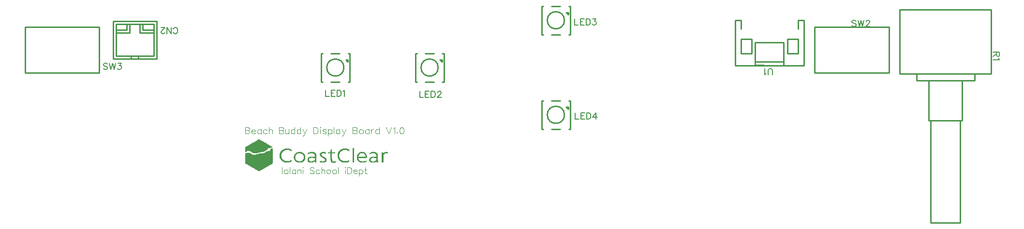
<source format=gto>
G04 Layer: TopSilkLayer*
G04 EasyEDA v6.3.39, 2020-04-24T10:39:31-10:00*
G04 0f25efb224964ab9abe88dfcb523e386,a4d28be01f944deba2cf7c63a1f3ff09,10*
G04 Gerber Generator version 0.2*
G04 Scale: 100 percent, Rotated: No, Reflected: No *
G04 Dimensions in millimeters *
G04 leading zeros omitted , absolute positions ,3 integer and 3 decimal *
%FSLAX33Y33*%
%MOMM*%
G90*
G71D02*

%ADD10C,0.254000*%
%ADD22C,0.100000*%
%ADD23C,0.075006*%
%ADD24C,0.152400*%

%LPD*%

%LPD*%
G36*
G01X42845Y10779D02*
G01X42818Y10780D01*
G01X42793Y10779D01*
G01X42770Y10774D01*
G01X42747Y10766D01*
G01X42724Y10755D01*
G01X42700Y10742D01*
G01X42675Y10727D01*
G01X42648Y10709D01*
G01X42618Y10690D01*
G01X42585Y10668D01*
G01X42538Y10639D01*
G01X42480Y10605D01*
G01X42415Y10567D01*
G01X42345Y10526D01*
G01X42272Y10484D01*
G01X42197Y10442D01*
G01X42124Y10401D01*
G01X42054Y10362D01*
G01X42018Y10342D01*
G01X41975Y10318D01*
G01X41928Y10291D01*
G01X41875Y10262D01*
G01X41819Y10230D01*
G01X41758Y10196D01*
G01X41695Y10160D01*
G01X41629Y10122D01*
G01X41561Y10083D01*
G01X41491Y10043D01*
G01X41420Y10002D01*
G01X41348Y9960D01*
G01X41276Y9919D01*
G01X41205Y9877D01*
G01X41134Y9836D01*
G01X41065Y9796D01*
G01X40401Y9409D01*
G01X40401Y8934D01*
G01X40400Y8460D01*
G01X40502Y8551D01*
G01X40552Y8593D01*
G01X40602Y8631D01*
G01X40652Y8665D01*
G01X40702Y8695D01*
G01X40753Y8720D01*
G01X40803Y8742D01*
G01X40853Y8758D01*
G01X40903Y8771D01*
G01X40953Y8779D01*
G01X41003Y8783D01*
G01X41052Y8783D01*
G01X41101Y8778D01*
G01X41150Y8770D01*
G01X41198Y8756D01*
G01X41246Y8739D01*
G01X41293Y8718D01*
G01X41339Y8692D01*
G01X41386Y8661D01*
G01X41431Y8627D01*
G01X41475Y8588D01*
G01X41510Y8557D01*
G01X41547Y8529D01*
G01X41585Y8502D01*
G01X41625Y8477D01*
G01X41666Y8454D01*
G01X41709Y8433D01*
G01X41753Y8415D01*
G01X41798Y8398D01*
G01X41845Y8383D01*
G01X41894Y8371D01*
G01X41943Y8361D01*
G01X41994Y8352D01*
G01X42046Y8346D01*
G01X42099Y8341D01*
G01X42154Y8339D01*
G01X42210Y8339D01*
G01X42267Y8341D01*
G01X42325Y8344D01*
G01X42385Y8350D01*
G01X42445Y8359D01*
G01X42507Y8368D01*
G01X42570Y8380D01*
G01X42634Y8395D01*
G01X42699Y8411D01*
G01X42764Y8429D01*
G01X42831Y8449D01*
G01X42899Y8472D01*
G01X42967Y8496D01*
G01X43040Y8521D01*
G01X43113Y8543D01*
G01X43187Y8563D01*
G01X43261Y8580D01*
G01X43332Y8594D01*
G01X43400Y8604D01*
G01X43463Y8610D01*
G01X43519Y8612D01*
G01X43581Y8613D01*
G01X43637Y8617D01*
G01X43688Y8625D01*
G01X43737Y8637D01*
G01X43784Y8654D01*
G01X43833Y8678D01*
G01X43883Y8709D01*
G01X43938Y8749D01*
G01X43997Y8797D01*
G01X44064Y8855D01*
G01X44139Y8923D01*
G01X44225Y9004D01*
G01X44280Y9055D01*
G01X44330Y9100D01*
G01X44378Y9138D01*
G01X44425Y9172D01*
G01X44471Y9200D01*
G01X44517Y9225D01*
G01X44567Y9245D01*
G01X44619Y9263D01*
G01X44676Y9278D01*
G01X44739Y9292D01*
G01X44809Y9304D01*
G01X44887Y9315D01*
G01X44966Y9328D01*
G01X45039Y9343D01*
G01X45103Y9360D01*
G01X45155Y9377D01*
G01X45196Y9395D01*
G01X45222Y9413D01*
G01X45233Y9429D01*
G01X45225Y9444D01*
G01X45192Y9466D01*
G01X45160Y9485D01*
G01X45121Y9508D01*
G01X45075Y9535D01*
G01X45023Y9566D01*
G01X44965Y9599D01*
G01X44903Y9634D01*
G01X44838Y9671D01*
G01X44771Y9709D01*
G01X44635Y9787D01*
G01X44610Y9800D01*
G01X44580Y9818D01*
G01X44545Y9837D01*
G01X44505Y9861D01*
G01X44459Y9887D01*
G01X44411Y9915D01*
G01X44358Y9945D01*
G01X44302Y9978D01*
G01X44244Y10012D01*
G01X44183Y10047D01*
G01X44120Y10083D01*
G01X43990Y10159D01*
G01X43924Y10197D01*
G01X43857Y10236D01*
G01X43791Y10275D01*
G01X43668Y10347D01*
G01X43555Y10413D01*
G01X43454Y10472D01*
G01X43362Y10526D01*
G01X43280Y10574D01*
G01X43206Y10616D01*
G01X43140Y10653D01*
G01X43081Y10685D01*
G01X43029Y10711D01*
G01X42983Y10733D01*
G01X42942Y10751D01*
G01X42906Y10764D01*
G01X42874Y10773D01*
G01X42845Y10779D01*
G37*

%LPD*%
G36*
G01X65265Y8606D02*
G01X65212Y8613D01*
G01X65153Y8612D01*
G01X65088Y8602D01*
G01X65020Y8585D01*
G01X64948Y8558D01*
G01X64873Y8523D01*
G01X64798Y8479D01*
G01X64682Y8408D01*
G01X64616Y8379D01*
G01X64583Y8389D01*
G01X64566Y8434D01*
G01X64548Y8472D01*
G01X64519Y8499D01*
G01X64478Y8516D01*
G01X64425Y8521D01*
G01X64307Y8521D01*
G01X64307Y6745D01*
G01X64626Y6745D01*
G01X64626Y8107D01*
G01X64777Y8223D01*
G01X64821Y8253D01*
G01X64862Y8279D01*
G01X64904Y8299D01*
G01X64947Y8314D01*
G01X64993Y8326D01*
G01X65044Y8333D01*
G01X65101Y8338D01*
G01X65165Y8339D01*
G01X65293Y8342D01*
G01X65364Y8355D01*
G01X65393Y8389D01*
G01X65400Y8448D01*
G01X65394Y8496D01*
G01X65376Y8535D01*
G01X65348Y8567D01*
G01X65311Y8591D01*
G01X65265Y8606D01*
G37*

%LPD*%
G36*
G01X59480Y9295D02*
G01X59206Y9295D01*
G01X59206Y6745D01*
G01X59480Y6745D01*
G01X59480Y9295D01*
G37*

%LPD*%
G36*
G01X47760Y9196D02*
G01X47700Y9196D01*
G01X47640Y9194D01*
G01X47581Y9190D01*
G01X47524Y9184D01*
G01X47468Y9174D01*
G01X47414Y9163D01*
G01X47362Y9149D01*
G01X47312Y9132D01*
G01X47260Y9112D01*
G01X47210Y9092D01*
G01X47161Y9069D01*
G01X47114Y9046D01*
G01X47069Y9021D01*
G01X47025Y8995D01*
G01X46983Y8968D01*
G01X46943Y8940D01*
G01X46904Y8911D01*
G01X46867Y8881D01*
G01X46831Y8850D01*
G01X46797Y8819D01*
G01X46764Y8786D01*
G01X46733Y8753D01*
G01X46704Y8718D01*
G01X46676Y8683D01*
G01X46650Y8648D01*
G01X46625Y8611D01*
G01X46602Y8574D01*
G01X46580Y8537D01*
G01X46560Y8498D01*
G01X46541Y8460D01*
G01X46523Y8421D01*
G01X46508Y8381D01*
G01X46494Y8341D01*
G01X46481Y8301D01*
G01X46470Y8260D01*
G01X46459Y8220D01*
G01X46451Y8179D01*
G01X46444Y8138D01*
G01X46439Y8096D01*
G01X46435Y8054D01*
G01X46432Y8013D01*
G01X46431Y7971D01*
G01X46431Y7930D01*
G01X46432Y7888D01*
G01X46435Y7846D01*
G01X46439Y7805D01*
G01X46445Y7764D01*
G01X46452Y7723D01*
G01X46460Y7682D01*
G01X46470Y7642D01*
G01X46481Y7602D01*
G01X46507Y7522D01*
G01X46522Y7483D01*
G01X46538Y7445D01*
G01X46556Y7407D01*
G01X46575Y7369D01*
G01X46617Y7297D01*
G01X46640Y7261D01*
G01X46664Y7226D01*
G01X46689Y7192D01*
G01X46716Y7159D01*
G01X46744Y7127D01*
G01X46773Y7095D01*
G01X46803Y7065D01*
G01X46835Y7035D01*
G01X46868Y7006D01*
G01X46902Y6979D01*
G01X46937Y6952D01*
G01X46974Y6926D01*
G01X47011Y6902D01*
G01X47050Y6879D01*
G01X47090Y6857D01*
G01X47131Y6837D01*
G01X47173Y6817D01*
G01X47217Y6799D01*
G01X47307Y6767D01*
G01X47354Y6754D01*
G01X47402Y6742D01*
G01X47451Y6731D01*
G01X47501Y6722D01*
G01X47553Y6714D01*
G01X47605Y6709D01*
G01X47659Y6704D01*
G01X47713Y6702D01*
G01X47769Y6701D01*
G01X47850Y6703D01*
G01X47929Y6708D01*
G01X48003Y6716D01*
G01X48074Y6726D01*
G01X48140Y6739D01*
G01X48202Y6755D01*
G01X48260Y6773D01*
G01X48314Y6793D01*
G01X48361Y6816D01*
G01X48405Y6841D01*
G01X48442Y6868D01*
G01X48474Y6897D01*
G01X48501Y6927D01*
G01X48521Y6960D01*
G01X48535Y6994D01*
G01X48542Y7030D01*
G01X48546Y7079D01*
G01X48542Y7115D01*
G01X48530Y7138D01*
G01X48507Y7148D01*
G01X48473Y7144D01*
G01X48424Y7129D01*
G01X48360Y7100D01*
G01X48279Y7060D01*
G01X48226Y7034D01*
G01X48172Y7011D01*
G01X48118Y6992D01*
G01X48063Y6976D01*
G01X48008Y6963D01*
G01X47952Y6953D01*
G01X47897Y6946D01*
G01X47841Y6943D01*
G01X47786Y6942D01*
G01X47730Y6944D01*
G01X47676Y6948D01*
G01X47621Y6956D01*
G01X47567Y6966D01*
G01X47514Y6979D01*
G01X47462Y6995D01*
G01X47410Y7012D01*
G01X47360Y7033D01*
G01X47310Y7056D01*
G01X47262Y7081D01*
G01X47215Y7108D01*
G01X47170Y7138D01*
G01X47126Y7170D01*
G01X47084Y7204D01*
G01X47044Y7240D01*
G01X47006Y7279D01*
G01X46970Y7319D01*
G01X46935Y7361D01*
G01X46904Y7405D01*
G01X46875Y7450D01*
G01X46848Y7498D01*
G01X46823Y7547D01*
G01X46802Y7598D01*
G01X46783Y7650D01*
G01X46767Y7704D01*
G01X46755Y7759D01*
G01X46745Y7815D01*
G01X46739Y7871D01*
G01X46736Y7925D01*
G01X46737Y7979D01*
G01X46740Y8031D01*
G01X46746Y8083D01*
G01X46756Y8134D01*
G01X46768Y8184D01*
G01X46783Y8233D01*
G01X46800Y8280D01*
G01X46820Y8327D01*
G01X46842Y8372D01*
G01X46866Y8416D01*
G01X46893Y8459D01*
G01X46922Y8500D01*
G01X46953Y8539D01*
G01X46986Y8578D01*
G01X47021Y8615D01*
G01X47058Y8650D01*
G01X47096Y8683D01*
G01X47136Y8714D01*
G01X47177Y8744D01*
G01X47220Y8772D01*
G01X47265Y8798D01*
G01X47310Y8822D01*
G01X47356Y8844D01*
G01X47404Y8864D01*
G01X47453Y8882D01*
G01X47502Y8897D01*
G01X47552Y8911D01*
G01X47603Y8921D01*
G01X47654Y8930D01*
G01X47706Y8936D01*
G01X47758Y8940D01*
G01X47811Y8941D01*
G01X47864Y8940D01*
G01X47917Y8936D01*
G01X47970Y8929D01*
G01X48024Y8919D01*
G01X48076Y8907D01*
G01X48129Y8892D01*
G01X48182Y8874D01*
G01X48233Y8853D01*
G01X48285Y8828D01*
G01X48336Y8802D01*
G01X48408Y8761D01*
G01X48461Y8732D01*
G01X48499Y8716D01*
G01X48525Y8713D01*
G01X48540Y8723D01*
G01X48548Y8747D01*
G01X48550Y8785D01*
G01X48551Y8838D01*
G01X48545Y8898D01*
G01X48529Y8949D01*
G01X48502Y8990D01*
G01X48467Y9018D01*
G01X48414Y9045D01*
G01X48360Y9069D01*
G01X48304Y9092D01*
G01X48246Y9112D01*
G01X48187Y9130D01*
G01X48127Y9146D01*
G01X48067Y9160D01*
G01X48005Y9172D01*
G01X47944Y9181D01*
G01X47882Y9188D01*
G01X47821Y9193D01*
G01X47760Y9196D01*
G37*

%LPD*%
G36*
G01X57956Y9196D02*
G01X57884Y9197D01*
G01X57812Y9194D01*
G01X57740Y9187D01*
G01X57667Y9177D01*
G01X57595Y9165D01*
G01X57525Y9148D01*
G01X57455Y9128D01*
G01X57387Y9104D01*
G01X57336Y9083D01*
G01X57286Y9061D01*
G01X57239Y9038D01*
G01X57193Y9013D01*
G01X57149Y8987D01*
G01X57106Y8960D01*
G01X57066Y8932D01*
G01X57026Y8902D01*
G01X56989Y8871D01*
G01X56953Y8840D01*
G01X56919Y8807D01*
G01X56887Y8774D01*
G01X56856Y8739D01*
G01X56827Y8703D01*
G01X56800Y8667D01*
G01X56774Y8630D01*
G01X56750Y8593D01*
G01X56727Y8554D01*
G01X56706Y8516D01*
G01X56687Y8476D01*
G01X56669Y8436D01*
G01X56653Y8395D01*
G01X56638Y8354D01*
G01X56625Y8312D01*
G01X56613Y8271D01*
G01X56604Y8228D01*
G01X56595Y8186D01*
G01X56588Y8143D01*
G01X56582Y8100D01*
G01X56578Y8057D01*
G01X56576Y8014D01*
G01X56575Y7971D01*
G01X56575Y7928D01*
G01X56577Y7885D01*
G01X56581Y7841D01*
G01X56585Y7799D01*
G01X56592Y7756D01*
G01X56600Y7713D01*
G01X56609Y7671D01*
G01X56619Y7629D01*
G01X56631Y7587D01*
G01X56644Y7546D01*
G01X56659Y7505D01*
G01X56675Y7465D01*
G01X56693Y7425D01*
G01X56711Y7386D01*
G01X56732Y7347D01*
G01X56753Y7310D01*
G01X56776Y7272D01*
G01X56800Y7236D01*
G01X56826Y7200D01*
G01X56853Y7165D01*
G01X56881Y7131D01*
G01X56910Y7098D01*
G01X56941Y7066D01*
G01X56973Y7035D01*
G01X57006Y7006D01*
G01X57040Y6977D01*
G01X57076Y6949D01*
G01X57112Y6922D01*
G01X57150Y6898D01*
G01X57190Y6874D01*
G01X57231Y6851D01*
G01X57272Y6830D01*
G01X57315Y6810D01*
G01X57359Y6792D01*
G01X57404Y6775D01*
G01X57451Y6760D01*
G01X57498Y6747D01*
G01X57547Y6734D01*
G01X57597Y6724D01*
G01X57648Y6716D01*
G01X57700Y6709D01*
G01X57753Y6704D01*
G01X57808Y6701D01*
G01X57863Y6700D01*
G01X57949Y6701D01*
G01X58031Y6706D01*
G01X58108Y6712D01*
G01X58182Y6721D01*
G01X58250Y6733D01*
G01X58314Y6747D01*
G01X58373Y6763D01*
G01X58426Y6783D01*
G01X58475Y6804D01*
G01X58517Y6827D01*
G01X58555Y6852D01*
G01X58586Y6880D01*
G01X58612Y6909D01*
G01X58632Y6941D01*
G01X58645Y6974D01*
G01X58651Y7009D01*
G01X58654Y7103D01*
G01X58632Y7146D01*
G01X58582Y7141D01*
G01X58498Y7091D01*
G01X58455Y7064D01*
G01X58411Y7039D01*
G01X58365Y7018D01*
G01X58317Y7000D01*
G01X58268Y6984D01*
G01X58218Y6971D01*
G01X58166Y6961D01*
G01X58113Y6953D01*
G01X58059Y6949D01*
G01X58005Y6947D01*
G01X57950Y6947D01*
G01X57895Y6950D01*
G01X57840Y6956D01*
G01X57785Y6964D01*
G01X57729Y6974D01*
G01X57675Y6987D01*
G01X57621Y7002D01*
G01X57568Y7019D01*
G01X57516Y7038D01*
G01X57464Y7060D01*
G01X57414Y7083D01*
G01X57366Y7109D01*
G01X57319Y7137D01*
G01X57274Y7167D01*
G01X57231Y7199D01*
G01X57189Y7233D01*
G01X57151Y7268D01*
G01X57115Y7305D01*
G01X57081Y7345D01*
G01X57051Y7386D01*
G01X57023Y7428D01*
G01X56998Y7472D01*
G01X56974Y7525D01*
G01X56951Y7578D01*
G01X56932Y7631D01*
G01X56917Y7683D01*
G01X56903Y7735D01*
G01X56893Y7787D01*
G01X56886Y7838D01*
G01X56882Y7889D01*
G01X56880Y7939D01*
G01X56881Y7989D01*
G01X56885Y8038D01*
G01X56891Y8087D01*
G01X56899Y8135D01*
G01X56910Y8181D01*
G01X56923Y8227D01*
G01X56939Y8273D01*
G01X56956Y8317D01*
G01X56976Y8360D01*
G01X56998Y8402D01*
G01X57022Y8443D01*
G01X57048Y8482D01*
G01X57076Y8521D01*
G01X57105Y8558D01*
G01X57136Y8594D01*
G01X57169Y8628D01*
G01X57204Y8661D01*
G01X57240Y8692D01*
G01X57278Y8722D01*
G01X57317Y8750D01*
G01X57358Y8776D01*
G01X57399Y8800D01*
G01X57442Y8823D01*
G01X57487Y8844D01*
G01X57532Y8863D01*
G01X57578Y8879D01*
G01X57626Y8894D01*
G01X57674Y8907D01*
G01X57723Y8917D01*
G01X57773Y8925D01*
G01X57824Y8931D01*
G01X57875Y8935D01*
G01X57927Y8936D01*
G01X57980Y8934D01*
G01X58033Y8930D01*
G01X58086Y8923D01*
G01X58140Y8914D01*
G01X58194Y8903D01*
G01X58248Y8888D01*
G01X58303Y8870D01*
G01X58357Y8850D01*
G01X58412Y8826D01*
G01X58467Y8800D01*
G01X58660Y8701D01*
G01X58660Y8834D01*
G01X58656Y8873D01*
G01X58645Y8910D01*
G01X58627Y8945D01*
G01X58603Y8979D01*
G01X58573Y9010D01*
G01X58537Y9040D01*
G01X58495Y9067D01*
G01X58449Y9092D01*
G01X58398Y9114D01*
G01X58344Y9134D01*
G01X58286Y9151D01*
G01X58225Y9166D01*
G01X58160Y9178D01*
G01X58094Y9187D01*
G01X58026Y9193D01*
G01X57956Y9196D01*
G37*

%LPD*%
G36*
G01X54202Y8601D02*
G01X54135Y8605D01*
G01X54066Y8604D01*
G01X53997Y8598D01*
G01X53928Y8587D01*
G01X53860Y8570D01*
G01X53794Y8548D01*
G01X53733Y8519D01*
G01X53681Y8489D01*
G01X53634Y8457D01*
G01X53594Y8423D01*
G01X53559Y8387D01*
G01X53530Y8349D01*
G01X53506Y8311D01*
G01X53489Y8271D01*
G01X53476Y8230D01*
G01X53469Y8187D01*
G01X53468Y8144D01*
G01X53471Y8100D01*
G01X53481Y8056D01*
G01X53495Y8012D01*
G01X53515Y7967D01*
G01X53540Y7922D01*
G01X53570Y7878D01*
G01X53606Y7834D01*
G01X53646Y7790D01*
G01X53691Y7746D01*
G01X53742Y7704D01*
G01X53797Y7663D01*
G01X53857Y7622D01*
G01X53923Y7583D01*
G01X53993Y7546D01*
G01X54053Y7513D01*
G01X54108Y7481D01*
G01X54158Y7449D01*
G01X54202Y7416D01*
G01X54242Y7384D01*
G01X54276Y7352D01*
G01X54306Y7321D01*
G01X54330Y7290D01*
G01X54351Y7260D01*
G01X54366Y7230D01*
G01X54378Y7202D01*
G01X54384Y7174D01*
G01X54387Y7147D01*
G01X54385Y7121D01*
G01X54379Y7097D01*
G01X54370Y7074D01*
G01X54356Y7052D01*
G01X54339Y7032D01*
G01X54318Y7013D01*
G01X54293Y6996D01*
G01X54265Y6981D01*
G01X54234Y6968D01*
G01X54199Y6957D01*
G01X54161Y6948D01*
G01X54120Y6942D01*
G01X54076Y6937D01*
G01X54030Y6935D01*
G01X53980Y6936D01*
G01X53928Y6939D01*
G01X53873Y6945D01*
G01X53816Y6954D01*
G01X53757Y6966D01*
G01X53695Y6981D01*
G01X53631Y6999D01*
G01X53565Y7020D01*
G01X53497Y7045D01*
G01X53461Y7053D01*
G01X53438Y7040D01*
G01X53427Y7002D01*
G01X53423Y6937D01*
G01X53427Y6896D01*
G01X53437Y6859D01*
G01X53454Y6827D01*
G01X53480Y6799D01*
G01X53512Y6775D01*
G01X53553Y6754D01*
G01X53603Y6736D01*
G01X53662Y6723D01*
G01X53730Y6713D01*
G01X53807Y6705D01*
G01X53895Y6701D01*
G01X53992Y6699D01*
G01X54059Y6701D01*
G01X54123Y6706D01*
G01X54184Y6713D01*
G01X54241Y6723D01*
G01X54295Y6736D01*
G01X54346Y6751D01*
G01X54393Y6769D01*
G01X54437Y6789D01*
G01X54478Y6811D01*
G01X54515Y6835D01*
G01X54549Y6860D01*
G01X54579Y6888D01*
G01X54606Y6917D01*
G01X54630Y6948D01*
G01X54650Y6980D01*
G01X54666Y7013D01*
G01X54679Y7047D01*
G01X54689Y7082D01*
G01X54694Y7118D01*
G01X54696Y7155D01*
G01X54694Y7192D01*
G01X54689Y7229D01*
G01X54679Y7267D01*
G01X54667Y7305D01*
G01X54650Y7343D01*
G01X54629Y7381D01*
G01X54605Y7419D01*
G01X54576Y7456D01*
G01X54544Y7493D01*
G01X54508Y7529D01*
G01X54468Y7565D01*
G01X54423Y7600D01*
G01X54376Y7633D01*
G01X54323Y7666D01*
G01X54267Y7697D01*
G01X54206Y7727D01*
G01X54141Y7759D01*
G01X54081Y7792D01*
G01X54026Y7825D01*
G01X53977Y7859D01*
G01X53933Y7892D01*
G01X53894Y7925D01*
G01X53860Y7958D01*
G01X53831Y7991D01*
G01X53807Y8023D01*
G01X53788Y8055D01*
G01X53774Y8086D01*
G01X53764Y8116D01*
G01X53759Y8144D01*
G01X53759Y8172D01*
G01X53763Y8198D01*
G01X53772Y8222D01*
G01X53785Y8245D01*
G01X53803Y8265D01*
G01X53824Y8284D01*
G01X53850Y8301D01*
G01X53880Y8314D01*
G01X53914Y8326D01*
G01X53951Y8335D01*
G01X53994Y8341D01*
G01X54039Y8344D01*
G01X54088Y8344D01*
G01X54141Y8341D01*
G01X54198Y8335D01*
G01X54258Y8325D01*
G01X54322Y8311D01*
G01X54389Y8293D01*
G01X54459Y8271D01*
G01X54513Y8257D01*
G01X54544Y8265D01*
G01X54559Y8301D01*
G01X54562Y8370D01*
G01X54556Y8410D01*
G01X54539Y8448D01*
G01X54512Y8482D01*
G01X54477Y8512D01*
G01X54434Y8538D01*
G01X54383Y8561D01*
G01X54327Y8579D01*
G01X54267Y8592D01*
G01X54202Y8601D01*
G37*

%LPD*%
G36*
G01X62982Y8602D02*
G01X62926Y8603D01*
G01X62869Y8601D01*
G01X62810Y8597D01*
G01X62750Y8590D01*
G01X62689Y8580D01*
G01X62625Y8567D01*
G01X62561Y8552D01*
G01X62494Y8534D01*
G01X62412Y8506D01*
G01X62341Y8474D01*
G01X62282Y8440D01*
G01X62235Y8402D01*
G01X62201Y8362D01*
G01X62180Y8319D01*
G01X62170Y8274D01*
G01X62175Y8226D01*
G01X62190Y8199D01*
G01X62222Y8194D01*
G01X62279Y8211D01*
G01X62368Y8251D01*
G01X62430Y8279D01*
G01X62493Y8303D01*
G01X62555Y8322D01*
G01X62617Y8338D01*
G01X62678Y8349D01*
G01X62738Y8355D01*
G01X62798Y8359D01*
G01X62856Y8358D01*
G01X62912Y8352D01*
G01X62966Y8344D01*
G01X63019Y8332D01*
G01X63069Y8316D01*
G01X63116Y8297D01*
G01X63160Y8274D01*
G01X63202Y8248D01*
G01X63240Y8218D01*
G01X63275Y8186D01*
G01X63305Y8151D01*
G01X63332Y8113D01*
G01X63355Y8072D01*
G01X63372Y8027D01*
G01X63385Y7981D01*
G01X63393Y7932D01*
G01X63396Y7880D01*
G01X63396Y7814D01*
G01X63393Y7765D01*
G01X63382Y7733D01*
G01X63360Y7715D01*
G01X63322Y7709D01*
G01X63263Y7715D01*
G01X63180Y7730D01*
G01X63068Y7752D01*
G01X63006Y7763D01*
G01X62945Y7769D01*
G01X62884Y7772D01*
G01X62825Y7772D01*
G01X62767Y7768D01*
G01X62710Y7761D01*
G01X62655Y7750D01*
G01X62601Y7737D01*
G01X62549Y7721D01*
G01X62500Y7702D01*
G01X62452Y7680D01*
G01X62407Y7656D01*
G01X62364Y7631D01*
G01X62324Y7603D01*
G01X62286Y7572D01*
G01X62251Y7540D01*
G01X62219Y7507D01*
G01X62191Y7472D01*
G01X62165Y7435D01*
G01X62143Y7397D01*
G01X62125Y7358D01*
G01X62110Y7318D01*
G01X62100Y7278D01*
G01X62093Y7236D01*
G01X62090Y7194D01*
G01X62092Y7152D01*
G01X62098Y7109D01*
G01X62109Y7067D01*
G01X62125Y7025D01*
G01X62145Y6982D01*
G01X62171Y6940D01*
G01X62201Y6899D01*
G01X62237Y6861D01*
G01X62279Y6828D01*
G01X62326Y6798D01*
G01X62380Y6773D01*
G01X62437Y6751D01*
G01X62498Y6733D01*
G01X62562Y6719D01*
G01X62628Y6708D01*
G01X62695Y6701D01*
G01X62762Y6699D01*
G01X62829Y6700D01*
G01X62895Y6704D01*
G01X62959Y6714D01*
G01X63020Y6726D01*
G01X63078Y6743D01*
G01X63131Y6763D01*
G01X63179Y6788D01*
G01X63221Y6816D01*
G01X63256Y6848D01*
G01X63284Y6884D01*
G01X63318Y6920D01*
G01X63353Y6923D01*
G01X63385Y6894D01*
G01X63409Y6836D01*
G01X63427Y6795D01*
G01X63457Y6767D01*
G01X63499Y6751D01*
G01X63554Y6745D01*
G01X63675Y6745D01*
G01X63661Y7493D01*
G01X63646Y8242D01*
G01X63519Y8375D01*
G01X63484Y8409D01*
G01X63448Y8440D01*
G01X63409Y8468D01*
G01X63369Y8494D01*
G01X63327Y8517D01*
G01X63282Y8537D01*
G01X63237Y8555D01*
G01X63189Y8570D01*
G01X63140Y8582D01*
G01X63089Y8591D01*
G01X63037Y8598D01*
G01X62982Y8602D01*
G37*

%LPC*%
G36*
G01X62857Y7545D02*
G01X62779Y7545D01*
G01X62708Y7539D01*
G01X62644Y7527D01*
G01X62587Y7509D01*
G01X62537Y7484D01*
G01X62494Y7454D01*
G01X62458Y7418D01*
G01X62430Y7377D01*
G01X62410Y7329D01*
G01X62398Y7277D01*
G01X62394Y7219D01*
G01X62398Y7172D01*
G01X62409Y7129D01*
G01X62426Y7090D01*
G01X62450Y7055D01*
G01X62480Y7022D01*
G01X62515Y6995D01*
G01X62554Y6971D01*
G01X62599Y6952D01*
G01X62647Y6938D01*
G01X62700Y6928D01*
G01X62755Y6922D01*
G01X62813Y6922D01*
G01X62873Y6928D01*
G01X62935Y6938D01*
G01X62998Y6954D01*
G01X63063Y6976D01*
G01X63125Y7004D01*
G01X63182Y7037D01*
G01X63234Y7074D01*
G01X63279Y7116D01*
G01X63319Y7160D01*
G01X63352Y7205D01*
G01X63378Y7251D01*
G01X63397Y7296D01*
G01X63409Y7341D01*
G01X63412Y7382D01*
G01X63407Y7419D01*
G01X63394Y7453D01*
G01X63372Y7480D01*
G01X63340Y7502D01*
G01X63299Y7515D01*
G01X63248Y7520D01*
G01X63178Y7521D01*
G01X63096Y7525D01*
G01X63014Y7531D01*
G01X62941Y7538D01*
G01X62857Y7545D01*
G37*

%LPD*%
G36*
G01X60923Y8609D02*
G01X60867Y8610D01*
G01X60810Y8607D01*
G01X60754Y8601D01*
G01X60697Y8591D01*
G01X60640Y8576D01*
G01X60583Y8558D01*
G01X60527Y8536D01*
G01X60476Y8512D01*
G01X60428Y8487D01*
G01X60382Y8459D01*
G01X60338Y8428D01*
G01X60296Y8396D01*
G01X60258Y8362D01*
G01X60221Y8326D01*
G01X60187Y8287D01*
G01X60155Y8248D01*
G01X60125Y8208D01*
G01X60098Y8165D01*
G01X60073Y8122D01*
G01X60051Y8077D01*
G01X60031Y8032D01*
G01X60013Y7985D01*
G01X59997Y7938D01*
G01X59984Y7890D01*
G01X59974Y7841D01*
G01X59965Y7793D01*
G01X59959Y7743D01*
G01X59956Y7694D01*
G01X59954Y7644D01*
G01X59956Y7595D01*
G01X59959Y7545D01*
G01X59965Y7496D01*
G01X59973Y7447D01*
G01X59983Y7399D01*
G01X59997Y7351D01*
G01X60012Y7304D01*
G01X60030Y7258D01*
G01X60049Y7212D01*
G01X60072Y7168D01*
G01X60097Y7125D01*
G01X60124Y7082D01*
G01X60153Y7042D01*
G01X60185Y7003D01*
G01X60220Y6966D01*
G01X60256Y6930D01*
G01X60295Y6895D01*
G01X60336Y6863D01*
G01X60380Y6834D01*
G01X60426Y6806D01*
G01X60474Y6780D01*
G01X60525Y6757D01*
G01X60575Y6738D01*
G01X60628Y6723D01*
G01X60684Y6710D01*
G01X60743Y6700D01*
G01X60803Y6694D01*
G01X60865Y6690D01*
G01X60928Y6688D01*
G01X60991Y6690D01*
G01X61054Y6693D01*
G01X61117Y6699D01*
G01X61179Y6708D01*
G01X61239Y6718D01*
G01X61297Y6730D01*
G01X61353Y6745D01*
G01X61406Y6761D01*
G01X61455Y6779D01*
G01X61500Y6799D01*
G01X61541Y6820D01*
G01X61577Y6844D01*
G01X61608Y6868D01*
G01X61632Y6893D01*
G01X61650Y6920D01*
G01X61661Y6948D01*
G01X61665Y6977D01*
G01X61665Y7101D01*
G01X61437Y7014D01*
G01X61370Y6990D01*
G01X61302Y6970D01*
G01X61235Y6954D01*
G01X61169Y6942D01*
G01X61103Y6933D01*
G01X61039Y6928D01*
G01X60975Y6926D01*
G01X60913Y6928D01*
G01X60852Y6933D01*
G01X60793Y6942D01*
G01X60736Y6953D01*
G01X60681Y6968D01*
G01X60629Y6986D01*
G01X60579Y7008D01*
G01X60533Y7032D01*
G01X60489Y7059D01*
G01X60448Y7089D01*
G01X60411Y7122D01*
G01X60378Y7157D01*
G01X60348Y7196D01*
G01X60322Y7236D01*
G01X60301Y7280D01*
G01X60284Y7326D01*
G01X60271Y7374D01*
G01X60243Y7519D01*
G01X61091Y7519D01*
G01X61197Y7520D01*
G01X61291Y7520D01*
G01X61375Y7522D01*
G01X61449Y7525D01*
G01X61513Y7529D01*
G01X61569Y7535D01*
G01X61616Y7543D01*
G01X61655Y7552D01*
G01X61687Y7565D01*
G01X61713Y7579D01*
G01X61732Y7597D01*
G01X61746Y7617D01*
G01X61755Y7642D01*
G01X61759Y7670D01*
G01X61759Y7702D01*
G01X61757Y7738D01*
G01X61751Y7778D01*
G01X61744Y7824D01*
G01X61735Y7874D01*
G01X61721Y7934D01*
G01X61704Y7993D01*
G01X61684Y8049D01*
G01X61661Y8103D01*
G01X61635Y8155D01*
G01X61606Y8204D01*
G01X61574Y8251D01*
G01X61540Y8296D01*
G01X61503Y8338D01*
G01X61464Y8377D01*
G01X61423Y8413D01*
G01X61379Y8446D01*
G01X61335Y8477D01*
G01X61287Y8505D01*
G01X61239Y8530D01*
G01X61189Y8551D01*
G01X61138Y8569D01*
G01X61085Y8584D01*
G01X61032Y8596D01*
G01X60978Y8604D01*
G01X60923Y8609D01*
G37*

%LPC*%
G36*
G01X60908Y8364D02*
G01X60860Y8366D01*
G01X60823Y8360D01*
G01X60796Y8353D01*
G01X60755Y8343D01*
G01X60706Y8331D01*
G01X60654Y8320D01*
G01X60586Y8298D01*
G01X60521Y8265D01*
G01X60459Y8221D01*
G01X60404Y8170D01*
G01X60355Y8111D01*
G01X60316Y8047D01*
G01X60286Y7980D01*
G01X60268Y7910D01*
G01X60242Y7747D01*
G01X61115Y7747D01*
G01X61211Y7749D01*
G01X61288Y7751D01*
G01X61349Y7755D01*
G01X61396Y7760D01*
G01X61431Y7767D01*
G01X61455Y7776D01*
G01X61470Y7788D01*
G01X61478Y7802D01*
G01X61483Y7820D01*
G01X61484Y7840D01*
G01X61478Y7894D01*
G01X61463Y7951D01*
G01X61440Y8011D01*
G01X61410Y8069D01*
G01X61375Y8126D01*
G01X61335Y8177D01*
G01X61292Y8221D01*
G01X61246Y8256D01*
G01X61201Y8282D01*
G01X61146Y8306D01*
G01X61086Y8326D01*
G01X61024Y8343D01*
G01X60964Y8356D01*
G01X60908Y8364D01*
G37*

%LPD*%
G36*
G01X50001Y8602D02*
G01X49948Y8603D01*
G01X49895Y8602D01*
G01X49841Y8598D01*
G01X49787Y8592D01*
G01X49733Y8583D01*
G01X49677Y8570D01*
G01X49622Y8556D01*
G01X49566Y8537D01*
G01X49515Y8518D01*
G01X49466Y8495D01*
G01X49419Y8471D01*
G01X49374Y8444D01*
G01X49331Y8416D01*
G01X49290Y8385D01*
G01X49251Y8353D01*
G01X49215Y8319D01*
G01X49181Y8284D01*
G01X49149Y8247D01*
G01X49119Y8208D01*
G01X49091Y8168D01*
G01X49065Y8127D01*
G01X49042Y8085D01*
G01X49020Y8042D01*
G01X49002Y7998D01*
G01X48985Y7953D01*
G01X48970Y7907D01*
G01X48957Y7861D01*
G01X48948Y7814D01*
G01X48940Y7767D01*
G01X48934Y7720D01*
G01X48931Y7673D01*
G01X48930Y7625D01*
G01X48931Y7578D01*
G01X48934Y7530D01*
G01X48941Y7483D01*
G01X48949Y7437D01*
G01X48959Y7390D01*
G01X48972Y7345D01*
G01X48988Y7299D01*
G01X49005Y7255D01*
G01X49025Y7212D01*
G01X49048Y7169D01*
G01X49073Y7128D01*
G01X49100Y7088D01*
G01X49130Y7049D01*
G01X49162Y7012D01*
G01X49196Y6976D01*
G01X49233Y6941D01*
G01X49272Y6909D01*
G01X49314Y6878D01*
G01X49359Y6849D01*
G01X49405Y6822D01*
G01X49461Y6794D01*
G01X49518Y6769D01*
G01X49576Y6748D01*
G01X49634Y6729D01*
G01X49692Y6714D01*
G01X49751Y6702D01*
G01X49810Y6694D01*
G01X49870Y6689D01*
G01X49929Y6686D01*
G01X49987Y6687D01*
G01X50045Y6691D01*
G01X50103Y6697D01*
G01X50160Y6707D01*
G01X50217Y6720D01*
G01X50272Y6735D01*
G01X50326Y6753D01*
G01X50379Y6775D01*
G01X50431Y6798D01*
G01X50481Y6825D01*
G01X50529Y6854D01*
G01X50575Y6886D01*
G01X50620Y6921D01*
G01X50663Y6958D01*
G01X50703Y6998D01*
G01X50740Y7040D01*
G01X50775Y7085D01*
G01X50808Y7132D01*
G01X50838Y7182D01*
G01X50864Y7232D01*
G01X50887Y7282D01*
G01X50906Y7332D01*
G01X50923Y7382D01*
G01X50936Y7431D01*
G01X50947Y7481D01*
G01X50954Y7531D01*
G01X50959Y7580D01*
G01X50961Y7629D01*
G01X50960Y7678D01*
G01X50957Y7726D01*
G01X50951Y7773D01*
G01X50943Y7821D01*
G01X50931Y7867D01*
G01X50918Y7912D01*
G01X50902Y7957D01*
G01X50885Y8000D01*
G01X50865Y8044D01*
G01X50843Y8085D01*
G01X50818Y8126D01*
G01X50792Y8165D01*
G01X50764Y8204D01*
G01X50734Y8241D01*
G01X50702Y8276D01*
G01X50668Y8310D01*
G01X50633Y8343D01*
G01X50596Y8374D01*
G01X50558Y8403D01*
G01X50518Y8431D01*
G01X50477Y8457D01*
G01X50434Y8481D01*
G01X50390Y8503D01*
G01X50345Y8523D01*
G01X50299Y8541D01*
G01X50252Y8557D01*
G01X50203Y8570D01*
G01X50154Y8582D01*
G01X50103Y8591D01*
G01X50053Y8597D01*
G01X50001Y8602D01*
G37*

%LPC*%
G36*
G01X49975Y8347D02*
G01X49919Y8348D01*
G01X49863Y8345D01*
G01X49809Y8339D01*
G01X49755Y8328D01*
G01X49703Y8314D01*
G01X49652Y8297D01*
G01X49602Y8276D01*
G01X49555Y8252D01*
G01X49510Y8225D01*
G01X49466Y8195D01*
G01X49426Y8162D01*
G01X49388Y8126D01*
G01X49352Y8087D01*
G01X49320Y8046D01*
G01X49291Y8002D01*
G01X49265Y7956D01*
G01X49242Y7907D01*
G01X49223Y7856D01*
G01X49208Y7803D01*
G01X49197Y7748D01*
G01X49190Y7692D01*
G01X49188Y7633D01*
G01X49190Y7581D01*
G01X49195Y7532D01*
G01X49203Y7483D01*
G01X49215Y7438D01*
G01X49229Y7393D01*
G01X49246Y7351D01*
G01X49267Y7310D01*
G01X49289Y7271D01*
G01X49314Y7235D01*
G01X49341Y7200D01*
G01X49370Y7167D01*
G01X49402Y7137D01*
G01X49435Y7108D01*
G01X49470Y7081D01*
G01X49506Y7057D01*
G01X49544Y7034D01*
G01X49583Y7014D01*
G01X49624Y6996D01*
G01X49665Y6980D01*
G01X49707Y6967D01*
G01X49750Y6955D01*
G01X49794Y6946D01*
G01X49838Y6939D01*
G01X49882Y6935D01*
G01X49927Y6933D01*
G01X49972Y6933D01*
G01X50016Y6935D01*
G01X50061Y6940D01*
G01X50105Y6947D01*
G01X50149Y6957D01*
G01X50191Y6970D01*
G01X50233Y6985D01*
G01X50275Y7002D01*
G01X50315Y7022D01*
G01X50354Y7045D01*
G01X50391Y7070D01*
G01X50427Y7098D01*
G01X50462Y7129D01*
G01X50495Y7162D01*
G01X50526Y7198D01*
G01X50555Y7237D01*
G01X50582Y7279D01*
G01X50606Y7323D01*
G01X50628Y7370D01*
G01X50650Y7431D01*
G01X50667Y7494D01*
G01X50676Y7557D01*
G01X50680Y7622D01*
G01X50678Y7687D01*
G01X50670Y7751D01*
G01X50657Y7814D01*
G01X50638Y7876D01*
G01X50614Y7936D01*
G01X50586Y7994D01*
G01X50552Y8048D01*
G01X50514Y8098D01*
G01X50472Y8145D01*
G01X50425Y8187D01*
G01X50374Y8224D01*
G01X50319Y8255D01*
G01X50262Y8282D01*
G01X50205Y8303D01*
G01X50148Y8320D01*
G01X50090Y8334D01*
G01X50032Y8342D01*
G01X49975Y8347D01*
G37*

%LPD*%
G36*
G01X52190Y8602D02*
G01X52134Y8603D01*
G01X52077Y8601D01*
G01X52018Y8597D01*
G01X51958Y8590D01*
G01X51896Y8580D01*
G01X51833Y8567D01*
G01X51768Y8552D01*
G01X51703Y8534D01*
G01X51620Y8506D01*
G01X51549Y8474D01*
G01X51490Y8440D01*
G01X51443Y8402D01*
G01X51409Y8362D01*
G01X51387Y8319D01*
G01X51378Y8274D01*
G01X51383Y8226D01*
G01X51397Y8199D01*
G01X51430Y8194D01*
G01X51487Y8211D01*
G01X51576Y8251D01*
G01X51636Y8279D01*
G01X51696Y8302D01*
G01X51756Y8321D01*
G01X51816Y8337D01*
G01X51875Y8349D01*
G01X51933Y8357D01*
G01X51990Y8361D01*
G01X52045Y8362D01*
G01X52099Y8359D01*
G01X52152Y8352D01*
G01X52202Y8342D01*
G01X52251Y8329D01*
G01X52297Y8312D01*
G01X52341Y8292D01*
G01X52382Y8269D01*
G01X52419Y8242D01*
G01X52454Y8213D01*
G01X52486Y8181D01*
G01X52514Y8146D01*
G01X52538Y8108D01*
G01X52559Y8066D01*
G01X52574Y8023D01*
G01X52586Y7977D01*
G01X52594Y7928D01*
G01X52601Y7845D01*
G01X52604Y7784D01*
G01X52597Y7743D01*
G01X52576Y7719D01*
G01X52537Y7710D01*
G01X52477Y7714D01*
G01X52391Y7729D01*
G01X52276Y7752D01*
G01X52208Y7764D01*
G01X52142Y7771D01*
G01X52077Y7775D01*
G01X52014Y7775D01*
G01X51953Y7772D01*
G01X51894Y7765D01*
G01X51837Y7755D01*
G01X51782Y7741D01*
G01X51729Y7724D01*
G01X51680Y7704D01*
G01X51632Y7681D01*
G01X51588Y7656D01*
G01X51547Y7628D01*
G01X51508Y7598D01*
G01X51473Y7565D01*
G01X51441Y7529D01*
G01X51413Y7492D01*
G01X51389Y7452D01*
G01X51368Y7411D01*
G01X51351Y7367D01*
G01X51338Y7323D01*
G01X51330Y7276D01*
G01X51326Y7228D01*
G01X51326Y7179D01*
G01X51331Y7129D01*
G01X51340Y7077D01*
G01X51355Y7025D01*
G01X51374Y6972D01*
G01X51396Y6928D01*
G01X51424Y6888D01*
G01X51458Y6852D01*
G01X51496Y6818D01*
G01X51539Y6789D01*
G01X51586Y6762D01*
G01X51637Y6740D01*
G01X51690Y6721D01*
G01X51747Y6706D01*
G01X51805Y6695D01*
G01X51865Y6688D01*
G01X51926Y6685D01*
G01X51988Y6685D01*
G01X52050Y6691D01*
G01X52111Y6700D01*
G01X52171Y6714D01*
G01X52230Y6732D01*
G01X52288Y6754D01*
G01X52342Y6782D01*
G01X52394Y6813D01*
G01X52510Y6890D01*
G01X52570Y6918D01*
G01X52598Y6900D01*
G01X52617Y6836D01*
G01X52635Y6795D01*
G01X52664Y6767D01*
G01X52706Y6751D01*
G01X52762Y6745D01*
G01X52883Y6745D01*
G01X52868Y7493D01*
G01X52854Y8242D01*
G01X52727Y8375D01*
G01X52692Y8409D01*
G01X52655Y8440D01*
G01X52616Y8468D01*
G01X52576Y8494D01*
G01X52534Y8517D01*
G01X52490Y8537D01*
G01X52444Y8555D01*
G01X52396Y8570D01*
G01X52348Y8582D01*
G01X52296Y8591D01*
G01X52244Y8598D01*
G01X52190Y8602D01*
G37*

%LPC*%
G36*
G01X52100Y7547D02*
G01X52019Y7547D01*
G01X51943Y7540D01*
G01X51874Y7527D01*
G01X51813Y7509D01*
G01X51758Y7484D01*
G01X51712Y7453D01*
G01X51673Y7417D01*
G01X51642Y7376D01*
G01X51620Y7329D01*
G01X51607Y7277D01*
G01X51601Y7220D01*
G01X51606Y7170D01*
G01X51618Y7124D01*
G01X51637Y7082D01*
G01X51662Y7045D01*
G01X51694Y7012D01*
G01X51731Y6985D01*
G01X51773Y6962D01*
G01X51819Y6944D01*
G01X51869Y6931D01*
G01X51922Y6922D01*
G01X51978Y6918D01*
G01X52035Y6920D01*
G01X52095Y6927D01*
G01X52155Y6939D01*
G01X52215Y6956D01*
G01X52275Y6979D01*
G01X52334Y7007D01*
G01X52392Y7040D01*
G01X52448Y7079D01*
G01X52501Y7123D01*
G01X52549Y7179D01*
G01X52584Y7242D01*
G01X52604Y7307D01*
G01X52610Y7371D01*
G01X52602Y7429D01*
G01X52581Y7476D01*
G01X52545Y7508D01*
G01X52496Y7519D01*
G01X52439Y7521D01*
G01X52361Y7525D01*
G01X52275Y7532D01*
G01X52189Y7540D01*
G01X52100Y7547D01*
G37*

%LPD*%
G36*
G01X55581Y9045D02*
G01X55558Y9055D01*
G01X55524Y9047D01*
G01X55476Y9024D01*
G01X55416Y8987D01*
G01X55352Y8940D01*
G01X55313Y8888D01*
G01X55295Y8817D01*
G01X55290Y8715D01*
G01X55290Y8521D01*
G01X55108Y8521D01*
G01X55011Y8518D01*
G01X54956Y8502D01*
G01X54931Y8468D01*
G01X54926Y8407D01*
G01X54931Y8346D01*
G01X54956Y8312D01*
G01X55011Y8297D01*
G01X55108Y8294D01*
G01X55290Y8294D01*
G01X55290Y7723D01*
G01X55291Y7640D01*
G01X55294Y7561D01*
G01X55298Y7486D01*
G01X55303Y7414D01*
G01X55311Y7346D01*
G01X55320Y7281D01*
G01X55331Y7219D01*
G01X55344Y7161D01*
G01X55358Y7106D01*
G01X55374Y7054D01*
G01X55392Y7005D01*
G01X55412Y6960D01*
G01X55433Y6918D01*
G01X55457Y6880D01*
G01X55482Y6844D01*
G01X55509Y6812D01*
G01X55538Y6783D01*
G01X55568Y6757D01*
G01X55601Y6734D01*
G01X55635Y6715D01*
G01X55672Y6698D01*
G01X55710Y6685D01*
G01X55750Y6676D01*
G01X55792Y6668D01*
G01X55837Y6664D01*
G01X55883Y6664D01*
G01X55931Y6666D01*
G01X55981Y6671D01*
G01X56033Y6680D01*
G01X56087Y6691D01*
G01X56143Y6705D01*
G01X56202Y6723D01*
G01X56251Y6743D01*
G01X56287Y6765D01*
G01X56310Y6791D01*
G01X56321Y6817D01*
G01X56320Y6844D01*
G01X56309Y6869D01*
G01X56287Y6892D01*
G01X56256Y6913D01*
G01X56217Y6929D01*
G01X56169Y6940D01*
G01X56114Y6945D01*
G01X56053Y6943D01*
G01X55996Y6938D01*
G01X55945Y6934D01*
G01X55899Y6933D01*
G01X55857Y6934D01*
G01X55820Y6938D01*
G01X55787Y6945D01*
G01X55758Y6956D01*
G01X55733Y6972D01*
G01X55711Y6993D01*
G01X55693Y7018D01*
G01X55677Y7050D01*
G01X55664Y7089D01*
G01X55653Y7133D01*
G01X55644Y7185D01*
G01X55636Y7245D01*
G01X55631Y7313D01*
G01X55626Y7389D01*
G01X55623Y7475D01*
G01X55620Y7570D01*
G01X55617Y7675D01*
G01X55602Y8294D01*
G01X55997Y8294D01*
G01X56070Y8296D01*
G01X56123Y8301D01*
G01X56160Y8309D01*
G01X56183Y8323D01*
G01X56195Y8343D01*
G01X56200Y8371D01*
G01X56201Y8407D01*
G01X56200Y8443D01*
G01X56195Y8471D01*
G01X56183Y8492D01*
G01X56160Y8505D01*
G01X56124Y8514D01*
G01X56072Y8519D01*
G01X56000Y8521D01*
G01X55609Y8521D01*
G01X55609Y8794D01*
G01X55608Y8893D01*
G01X55604Y8967D01*
G01X55596Y9016D01*
G01X55581Y9045D01*
G37*

%LPD*%
G36*
G01X45272Y9204D02*
G01X45144Y9204D01*
G01X45088Y9199D01*
G01X45030Y9187D01*
G01X44977Y9168D01*
G01X44935Y9145D01*
G01X44901Y9109D01*
G01X44869Y9057D01*
G01X44841Y8995D01*
G01X44822Y8929D01*
G01X44811Y8877D01*
G01X44798Y8838D01*
G01X44780Y8808D01*
G01X44753Y8785D01*
G01X44712Y8768D01*
G01X44655Y8753D01*
G01X44576Y8738D01*
G01X44473Y8721D01*
G01X44356Y8701D01*
G01X44257Y8682D01*
G01X44174Y8663D01*
G01X44109Y8645D01*
G01X44059Y8627D01*
G01X44024Y8608D01*
G01X44004Y8589D01*
G01X43997Y8570D01*
G01X43989Y8548D01*
G01X43965Y8523D01*
G01X43929Y8498D01*
G01X43881Y8472D01*
G01X43825Y8446D01*
G01X43761Y8423D01*
G01X43693Y8400D01*
G01X43621Y8380D01*
G01X43549Y8363D01*
G01X43478Y8350D01*
G01X43409Y8342D01*
G01X43346Y8339D01*
G01X43304Y8338D01*
G01X43260Y8336D01*
G01X43213Y8333D01*
G01X43165Y8329D01*
G01X43114Y8322D01*
G01X43061Y8316D01*
G01X43007Y8308D01*
G01X42952Y8299D01*
G01X42836Y8277D01*
G01X42777Y8265D01*
G01X42657Y8237D01*
G01X42595Y8221D01*
G01X42534Y8206D01*
G01X42472Y8188D01*
G01X42410Y8171D01*
G01X42348Y8152D01*
G01X42287Y8133D01*
G01X42226Y8113D01*
G01X42159Y8092D01*
G01X42096Y8076D01*
G01X42036Y8065D01*
G01X41980Y8060D01*
G01X41926Y8059D01*
G01X41875Y8064D01*
G01X41827Y8074D01*
G01X41780Y8089D01*
G01X41734Y8110D01*
G01X41690Y8136D01*
G01X41648Y8167D01*
G01X41606Y8203D01*
G01X41556Y8245D01*
G01X41502Y8283D01*
G01X41445Y8318D01*
G01X41383Y8350D01*
G01X41318Y8378D01*
G01X41251Y8402D01*
G01X41182Y8422D01*
G01X41113Y8438D01*
G01X41044Y8449D01*
G01X40975Y8457D01*
G01X40908Y8460D01*
G01X40842Y8458D01*
G01X40779Y8451D01*
G01X40720Y8439D01*
G01X40664Y8423D01*
G01X40613Y8401D01*
G01X40576Y8381D01*
G01X40543Y8363D01*
G01X40515Y8345D01*
G01X40490Y8325D01*
G01X40470Y8301D01*
G01X40452Y8272D01*
G01X40438Y8238D01*
G01X40427Y8195D01*
G01X40418Y8144D01*
G01X40412Y8082D01*
G01X40407Y8008D01*
G01X40404Y7920D01*
G01X40402Y7817D01*
G01X40401Y7697D01*
G01X40401Y7559D01*
G01X40400Y7402D01*
G01X40400Y6580D01*
G01X40547Y6504D01*
G01X40596Y6479D01*
G01X40621Y6466D01*
G01X40646Y6452D01*
G01X40674Y6437D01*
G01X40704Y6421D01*
G01X40736Y6403D01*
G01X40772Y6382D01*
G01X40812Y6360D01*
G01X40856Y6335D01*
G01X40904Y6307D01*
G01X40959Y6275D01*
G01X41019Y6240D01*
G01X41085Y6202D01*
G01X41160Y6158D01*
G01X41240Y6111D01*
G01X41330Y6058D01*
G01X41428Y6001D01*
G01X41535Y5938D01*
G01X41652Y5869D01*
G01X41777Y5796D01*
G01X41891Y5730D01*
G01X41993Y5669D01*
G01X42086Y5615D01*
G01X42170Y5566D01*
G01X42245Y5522D01*
G01X42312Y5483D01*
G01X42371Y5448D01*
G01X42423Y5418D01*
G01X42470Y5391D01*
G01X42510Y5367D01*
G01X42546Y5347D01*
G01X42577Y5329D01*
G01X42605Y5314D01*
G01X42630Y5300D01*
G01X42653Y5288D01*
G01X42693Y5266D01*
G01X42730Y5247D01*
G01X42758Y5234D01*
G01X42784Y5224D01*
G01X42811Y5219D01*
G01X42840Y5220D01*
G01X42873Y5226D01*
G01X42913Y5238D01*
G01X42960Y5259D01*
G01X43019Y5288D01*
G01X43088Y5325D01*
G01X43173Y5372D01*
G01X43273Y5429D01*
G01X43391Y5498D01*
G01X43465Y5541D01*
G01X43541Y5585D01*
G01X43616Y5629D01*
G01X43690Y5671D01*
G01X43763Y5713D01*
G01X43832Y5752D01*
G01X43898Y5790D01*
G01X43959Y5825D01*
G01X44014Y5856D01*
G01X44063Y5884D01*
G01X44104Y5907D01*
G01X44138Y5925D01*
G01X44170Y5943D01*
G01X44210Y5965D01*
G01X44255Y5991D01*
G01X44307Y6020D01*
G01X44362Y6052D01*
G01X44421Y6086D01*
G01X44483Y6122D01*
G01X44547Y6159D01*
G01X44613Y6198D01*
G01X44679Y6236D01*
G01X44744Y6275D01*
G01X44808Y6312D01*
G01X45270Y6586D01*
G01X45272Y9204D01*
G37*

%LPD*%
G54D10*
G01X140100Y30500D02*
G01X153100Y30500D01*
G01X153100Y22500D01*
G01X140100Y22500D01*
G01X140100Y30500D01*
G01X1900Y30500D02*
G01X14900Y30500D01*
G01X14900Y22500D01*
G01X1900Y22500D01*
G01X1900Y30500D01*
G01X58000Y24799D02*
G01X58400Y24799D01*
G01X58400Y24399D01*
G01X58000Y24799D01*
G01X53700Y25899D02*
G01X53969Y25899D01*
G01X55430Y25899D02*
G01X56969Y25899D01*
G01X58430Y25899D02*
G01X58700Y25899D01*
G01X53700Y20899D02*
G01X53969Y20899D01*
G01X55430Y20899D02*
G01X56969Y20899D01*
G01X58430Y20899D02*
G01X58700Y20899D01*
G01X53700Y20899D02*
G01X53700Y25899D01*
G01X58700Y20899D02*
G01X58700Y25899D01*
G01X74500Y24799D02*
G01X74900Y24799D01*
G01X74900Y24399D01*
G01X74500Y24799D01*
G01X70200Y25899D02*
G01X70469Y25899D01*
G01X71930Y25899D02*
G01X73469Y25899D01*
G01X74930Y25899D02*
G01X75200Y25899D01*
G01X70200Y20899D02*
G01X70469Y20899D01*
G01X71930Y20899D02*
G01X73469Y20899D01*
G01X74930Y20899D02*
G01X75200Y20899D01*
G01X70200Y20899D02*
G01X70200Y25899D01*
G01X75200Y20899D02*
G01X75200Y25899D01*
G01X96600Y33099D02*
G01X97000Y33099D01*
G01X97000Y32699D01*
G01X96600Y33099D01*
G01X92300Y34199D02*
G01X92569Y34199D01*
G01X94030Y34199D02*
G01X95569Y34199D01*
G01X97030Y34199D02*
G01X97300Y34199D01*
G01X92300Y29199D02*
G01X92569Y29199D01*
G01X94030Y29199D02*
G01X95569Y29199D01*
G01X97030Y29199D02*
G01X97300Y29199D01*
G01X92300Y29199D02*
G01X92300Y34199D01*
G01X97300Y29199D02*
G01X97300Y34199D01*
G01X96600Y16499D02*
G01X97000Y16499D01*
G01X97000Y16099D01*
G01X96600Y16499D01*
G01X92300Y17599D02*
G01X92569Y17599D01*
G01X94030Y17599D02*
G01X95569Y17599D01*
G01X97030Y17599D02*
G01X97300Y17599D01*
G01X92300Y12599D02*
G01X92569Y12599D01*
G01X94030Y12599D02*
G01X95569Y12599D01*
G01X97030Y12599D02*
G01X97300Y12599D01*
G01X92300Y12599D02*
G01X92300Y17599D01*
G01X97300Y12599D02*
G01X97300Y17599D01*
G01X165937Y21128D02*
G01X165937Y14128D01*
G01X165937Y14128D02*
G01X160079Y14128D01*
G01X160079Y21128D01*
G01X165540Y14128D02*
G01X165540Y-3871D01*
G01X160440Y14128D02*
G01X160440Y-3871D01*
G01X168080Y22290D02*
G01X168080Y21147D01*
G01X165540Y-3871D02*
G01X160440Y-3871D01*
G01X168080Y21147D02*
G01X157954Y21147D01*
G01X157920Y21147D02*
G01X157920Y22290D01*
G01X154999Y33593D02*
G01X154999Y22290D01*
G01X171001Y22290D02*
G01X171001Y33593D01*
G01X171001Y33593D02*
G01X155000Y33593D01*
G01X171001Y22290D02*
G01X155001Y22290D01*
G01X138200Y23748D02*
G01X126202Y23748D01*
G01X126202Y23748D02*
G01X126202Y31698D01*
G01X138200Y31698D02*
G01X138200Y23748D01*
G01X137199Y30198D02*
G01X137200Y31700D01*
G01X138200Y31700D01*
G01X134700Y23800D02*
G01X134700Y23800D01*
G01X134702Y27798D01*
G01X129698Y27798D01*
G01X129698Y23797D01*
G01X131202Y23797D01*
G01X134697Y24399D02*
G01X129700Y24400D01*
G01X126201Y31699D02*
G01X127202Y31699D01*
G01X127202Y30198D01*
G01X137200Y25900D02*
G01X135300Y25900D01*
G01X135300Y28400D01*
G01X137200Y28400D01*
G01X137200Y25900D01*
G01X129102Y25898D02*
G01X127202Y25898D01*
G01X127202Y28398D01*
G01X129102Y28398D01*
G01X129102Y25898D01*
G01X24910Y24959D02*
G01X24910Y30039D01*
G01X17289Y24959D02*
G01X17290Y30039D01*
G01X24910Y24959D02*
G01X17290Y24960D01*
G01X22497Y30040D02*
G01X24402Y30040D01*
G01X22370Y31569D02*
G01X19830Y31569D01*
G01X19702Y31056D02*
G01X19702Y30040D01*
G01X22496Y31054D02*
G01X22496Y30040D01*
G01X19703Y30040D02*
G01X17798Y30040D01*
G01X24401Y25468D02*
G01X24401Y29532D01*
G01X21988Y29532D01*
G01X21988Y31056D01*
G01X20210Y31056D01*
G01X20210Y29532D01*
G01X17797Y29532D01*
G01X17797Y25468D01*
G01X24401Y25468D01*
G01X21734Y24960D02*
G01X21734Y25468D01*
G01X20464Y25468D02*
G01X20464Y24960D01*
G01X24910Y30040D02*
G01X24910Y31564D01*
G01X22370Y31564D01*
G01X19830Y31564D02*
G01X17290Y31564D01*
G01X17290Y30040D01*
G01X17798Y30040D02*
G01X17798Y31056D01*
G01X24402Y30040D02*
G01X24402Y31056D01*
G01X24402Y31056D02*
G01X22497Y31056D01*
G01X19703Y31056D02*
G01X17798Y31056D01*
G01X22497Y31056D02*
G01X21989Y31056D01*
G01X20211Y31056D02*
G01X19703Y31056D01*
G01X24402Y30040D02*
G01X24402Y29532D01*
G01X17798Y30040D02*
G01X17798Y29532D01*
G54D22*
G01X46899Y5853D02*
G01X46899Y4761D01*
G01X47503Y5490D02*
G01X47399Y5436D01*
G01X47295Y5332D01*
G01X47242Y5177D01*
G01X47242Y5073D01*
G01X47295Y4918D01*
G01X47399Y4814D01*
G01X47503Y4761D01*
G01X47658Y4761D01*
G01X47762Y4814D01*
G01X47867Y4918D01*
G01X47917Y5073D01*
G01X47917Y5177D01*
G01X47867Y5332D01*
G01X47762Y5436D01*
G01X47658Y5490D01*
G01X47503Y5490D01*
G01X48260Y5853D02*
G01X48260Y4761D01*
G01X49228Y5490D02*
G01X49228Y4761D01*
G01X49228Y5332D02*
G01X49124Y5436D01*
G01X49020Y5490D01*
G01X48862Y5490D01*
G01X48761Y5436D01*
G01X48657Y5332D01*
G01X48603Y5177D01*
G01X48603Y5073D01*
G01X48657Y4918D01*
G01X48761Y4814D01*
G01X48862Y4761D01*
G01X49020Y4761D01*
G01X49124Y4814D01*
G01X49228Y4918D01*
G01X49571Y5490D02*
G01X49571Y4761D01*
G01X49571Y5282D02*
G01X49726Y5436D01*
G01X49830Y5490D01*
G01X49985Y5490D01*
G01X50089Y5436D01*
G01X50142Y5282D01*
G01X50142Y4761D01*
G01X50485Y5853D02*
G01X50536Y5802D01*
G01X50590Y5853D01*
G01X50536Y5904D01*
G01X50485Y5853D01*
G01X50536Y5490D02*
G01X50536Y4761D01*
G01X52459Y5698D02*
G01X52355Y5802D01*
G01X52200Y5853D01*
G01X51992Y5853D01*
G01X51834Y5802D01*
G01X51733Y5698D01*
G01X51733Y5594D01*
G01X51783Y5490D01*
G01X51834Y5436D01*
G01X51938Y5386D01*
G01X52251Y5282D01*
G01X52355Y5231D01*
G01X52406Y5177D01*
G01X52459Y5073D01*
G01X52459Y4918D01*
G01X52355Y4814D01*
G01X52200Y4761D01*
G01X51992Y4761D01*
G01X51834Y4814D01*
G01X51733Y4918D01*
G01X53424Y5332D02*
G01X53320Y5436D01*
G01X53218Y5490D01*
G01X53061Y5490D01*
G01X52957Y5436D01*
G01X52853Y5332D01*
G01X52802Y5177D01*
G01X52802Y5073D01*
G01X52853Y4918D01*
G01X52957Y4814D01*
G01X53061Y4761D01*
G01X53218Y4761D01*
G01X53320Y4814D01*
G01X53424Y4918D01*
G01X53767Y5853D02*
G01X53767Y4761D01*
G01X53767Y5282D02*
G01X53925Y5436D01*
G01X54029Y5490D01*
G01X54184Y5490D01*
G01X54288Y5436D01*
G01X54339Y5282D01*
G01X54339Y4761D01*
G01X54943Y5490D02*
G01X54839Y5436D01*
G01X54735Y5332D01*
G01X54681Y5177D01*
G01X54681Y5073D01*
G01X54735Y4918D01*
G01X54839Y4814D01*
G01X54943Y4761D01*
G01X55098Y4761D01*
G01X55202Y4814D01*
G01X55306Y4918D01*
G01X55357Y5073D01*
G01X55357Y5177D01*
G01X55306Y5332D01*
G01X55202Y5436D01*
G01X55098Y5490D01*
G01X54943Y5490D01*
G01X55962Y5490D02*
G01X55857Y5436D01*
G01X55753Y5332D01*
G01X55700Y5177D01*
G01X55700Y5073D01*
G01X55753Y4918D01*
G01X55857Y4814D01*
G01X55962Y4761D01*
G01X56117Y4761D01*
G01X56221Y4814D01*
G01X56325Y4918D01*
G01X56376Y5073D01*
G01X56376Y5177D01*
G01X56325Y5332D01*
G01X56221Y5436D01*
G01X56117Y5490D01*
G01X55962Y5490D01*
G01X56719Y5853D02*
G01X56719Y4761D01*
G01X57862Y5853D02*
G01X57915Y5802D01*
G01X57966Y5853D01*
G01X57915Y5904D01*
G01X57862Y5853D01*
G01X57915Y5490D02*
G01X57915Y4761D01*
G01X58309Y5853D02*
G01X58309Y4761D01*
G01X58309Y5853D02*
G01X58672Y5853D01*
G01X58829Y5802D01*
G01X58933Y5698D01*
G01X58984Y5594D01*
G01X59035Y5436D01*
G01X59035Y5177D01*
G01X58984Y5022D01*
G01X58933Y4918D01*
G01X58829Y4814D01*
G01X58672Y4761D01*
G01X58309Y4761D01*
G01X59378Y5177D02*
G01X60003Y5177D01*
G01X60003Y5282D01*
G01X59949Y5386D01*
G01X59899Y5436D01*
G01X59794Y5490D01*
G01X59640Y5490D01*
G01X59535Y5436D01*
G01X59431Y5332D01*
G01X59378Y5177D01*
G01X59378Y5073D01*
G01X59431Y4918D01*
G01X59535Y4814D01*
G01X59640Y4761D01*
G01X59794Y4761D01*
G01X59899Y4814D01*
G01X60003Y4918D01*
G01X60346Y5490D02*
G01X60346Y4398D01*
G01X60346Y5332D02*
G01X60450Y5436D01*
G01X60554Y5490D01*
G01X60709Y5490D01*
G01X60813Y5436D01*
G01X60917Y5332D01*
G01X60968Y5177D01*
G01X60968Y5073D01*
G01X60917Y4918D01*
G01X60813Y4814D01*
G01X60709Y4761D01*
G01X60554Y4761D01*
G01X60450Y4814D01*
G01X60346Y4918D01*
G01X61468Y5853D02*
G01X61468Y4969D01*
G01X61519Y4814D01*
G01X61623Y4761D01*
G01X61727Y4761D01*
G01X61311Y5490D02*
G01X61677Y5490D01*
G54D23*
G01X40399Y12911D02*
G01X40399Y11765D01*
G01X40399Y12911D02*
G01X40889Y12911D01*
G01X41054Y12855D01*
G01X41108Y12802D01*
G01X41164Y12692D01*
G01X41164Y12583D01*
G01X41108Y12474D01*
G01X41054Y12421D01*
G01X40889Y12365D01*
G01X40399Y12365D02*
G01X40889Y12365D01*
G01X41054Y12311D01*
G01X41108Y12255D01*
G01X41164Y12146D01*
G01X41164Y11984D01*
G01X41108Y11874D01*
G01X41054Y11819D01*
G01X40889Y11765D01*
G01X40399Y11765D01*
G01X41524Y12202D02*
G01X42177Y12202D01*
G01X42177Y12311D01*
G01X42124Y12421D01*
G01X42068Y12474D01*
G01X41959Y12530D01*
G01X41796Y12530D01*
G01X41687Y12474D01*
G01X41578Y12365D01*
G01X41524Y12202D01*
G01X41524Y12093D01*
G01X41578Y11928D01*
G01X41687Y11819D01*
G01X41796Y11765D01*
G01X41959Y11765D01*
G01X42068Y11819D01*
G01X42177Y11928D01*
G01X43193Y12530D02*
G01X43193Y11765D01*
G01X43193Y12365D02*
G01X43084Y12474D01*
G01X42975Y12530D01*
G01X42809Y12530D01*
G01X42700Y12474D01*
G01X42591Y12365D01*
G01X42538Y12202D01*
G01X42538Y12093D01*
G01X42591Y11928D01*
G01X42700Y11819D01*
G01X42809Y11765D01*
G01X42975Y11765D01*
G01X43084Y11819D01*
G01X43193Y11928D01*
G01X44206Y12365D02*
G01X44097Y12474D01*
G01X43988Y12530D01*
G01X43825Y12530D01*
G01X43716Y12474D01*
G01X43607Y12365D01*
G01X43551Y12202D01*
G01X43551Y12093D01*
G01X43607Y11928D01*
G01X43716Y11819D01*
G01X43825Y11765D01*
G01X43988Y11765D01*
G01X44097Y11819D01*
G01X44206Y11928D01*
G01X44567Y12911D02*
G01X44567Y11765D01*
G01X44567Y12311D02*
G01X44730Y12474D01*
G01X44839Y12530D01*
G01X45004Y12530D01*
G01X45113Y12474D01*
G01X45167Y12311D01*
G01X45167Y11765D01*
G01X46368Y12911D02*
G01X46368Y11765D01*
G01X46368Y12911D02*
G01X46858Y12911D01*
G01X47021Y12855D01*
G01X47077Y12802D01*
G01X47130Y12692D01*
G01X47130Y12583D01*
G01X47077Y12474D01*
G01X47021Y12421D01*
G01X46858Y12365D01*
G01X46368Y12365D02*
G01X46858Y12365D01*
G01X47021Y12311D01*
G01X47077Y12255D01*
G01X47130Y12146D01*
G01X47130Y11984D01*
G01X47077Y11874D01*
G01X47021Y11819D01*
G01X46858Y11765D01*
G01X46368Y11765D01*
G01X47491Y12530D02*
G01X47491Y11984D01*
G01X47544Y11819D01*
G01X47653Y11765D01*
G01X47818Y11765D01*
G01X47928Y11819D01*
G01X48090Y11984D01*
G01X48090Y12530D02*
G01X48090Y11765D01*
G01X49106Y12911D02*
G01X49106Y11765D01*
G01X49106Y12365D02*
G01X48997Y12474D01*
G01X48888Y12530D01*
G01X48723Y12530D01*
G01X48613Y12474D01*
G01X48504Y12365D01*
G01X48451Y12202D01*
G01X48451Y12093D01*
G01X48504Y11928D01*
G01X48613Y11819D01*
G01X48723Y11765D01*
G01X48888Y11765D01*
G01X48997Y11819D01*
G01X49106Y11928D01*
G01X50120Y12911D02*
G01X50120Y11765D01*
G01X50120Y12365D02*
G01X50010Y12474D01*
G01X49901Y12530D01*
G01X49739Y12530D01*
G01X49629Y12474D01*
G01X49520Y12365D01*
G01X49464Y12202D01*
G01X49464Y12093D01*
G01X49520Y11928D01*
G01X49629Y11819D01*
G01X49739Y11765D01*
G01X49901Y11765D01*
G01X50010Y11819D01*
G01X50120Y11928D01*
G01X50534Y12530D02*
G01X50861Y11765D01*
G01X51189Y12530D02*
G01X50861Y11765D01*
G01X50752Y11547D01*
G01X50643Y11438D01*
G01X50534Y11384D01*
G01X50480Y11384D01*
G01X52388Y12911D02*
G01X52388Y11765D01*
G01X52388Y12911D02*
G01X52771Y12911D01*
G01X52934Y12855D01*
G01X53043Y12746D01*
G01X53096Y12639D01*
G01X53152Y12474D01*
G01X53152Y12202D01*
G01X53096Y12037D01*
G01X53043Y11928D01*
G01X52934Y11819D01*
G01X52771Y11765D01*
G01X52388Y11765D01*
G01X53513Y12911D02*
G01X53566Y12855D01*
G01X53622Y12911D01*
G01X53566Y12964D01*
G01X53513Y12911D01*
G01X53566Y12530D02*
G01X53566Y11765D01*
G01X54582Y12365D02*
G01X54527Y12474D01*
G01X54364Y12530D01*
G01X54199Y12530D01*
G01X54036Y12474D01*
G01X53980Y12365D01*
G01X54036Y12255D01*
G01X54146Y12202D01*
G01X54417Y12146D01*
G01X54527Y12093D01*
G01X54582Y11984D01*
G01X54582Y11928D01*
G01X54527Y11819D01*
G01X54364Y11765D01*
G01X54199Y11765D01*
G01X54036Y11819D01*
G01X53980Y11928D01*
G01X54941Y12530D02*
G01X54941Y11384D01*
G01X54941Y12365D02*
G01X55050Y12474D01*
G01X55159Y12530D01*
G01X55324Y12530D01*
G01X55433Y12474D01*
G01X55543Y12365D01*
G01X55596Y12202D01*
G01X55596Y12093D01*
G01X55543Y11928D01*
G01X55433Y11819D01*
G01X55324Y11765D01*
G01X55159Y11765D01*
G01X55050Y11819D01*
G01X54941Y11928D01*
G01X55957Y12911D02*
G01X55957Y11765D01*
G01X56970Y12530D02*
G01X56970Y11765D01*
G01X56970Y12365D02*
G01X56861Y12474D01*
G01X56752Y12530D01*
G01X56589Y12530D01*
G01X56480Y12474D01*
G01X56371Y12365D01*
G01X56315Y12202D01*
G01X56315Y12093D01*
G01X56371Y11928D01*
G01X56480Y11819D01*
G01X56589Y11765D01*
G01X56752Y11765D01*
G01X56861Y11819D01*
G01X56970Y11928D01*
G01X57384Y12530D02*
G01X57712Y11765D01*
G01X58039Y12530D02*
G01X57712Y11765D01*
G01X57602Y11547D01*
G01X57493Y11438D01*
G01X57384Y11384D01*
G01X57331Y11384D01*
G01X59238Y12911D02*
G01X59238Y11765D01*
G01X59238Y12911D02*
G01X59731Y12911D01*
G01X59894Y12855D01*
G01X59949Y12802D01*
G01X60003Y12692D01*
G01X60003Y12583D01*
G01X59949Y12474D01*
G01X59894Y12421D01*
G01X59731Y12365D01*
G01X59238Y12365D02*
G01X59731Y12365D01*
G01X59894Y12311D01*
G01X59949Y12255D01*
G01X60003Y12146D01*
G01X60003Y11984D01*
G01X59949Y11874D01*
G01X59894Y11819D01*
G01X59731Y11765D01*
G01X59238Y11765D01*
G01X60635Y12530D02*
G01X60526Y12474D01*
G01X60417Y12365D01*
G01X60363Y12202D01*
G01X60363Y12093D01*
G01X60417Y11928D01*
G01X60526Y11819D01*
G01X60635Y11765D01*
G01X60800Y11765D01*
G01X60910Y11819D01*
G01X61019Y11928D01*
G01X61072Y12093D01*
G01X61072Y12202D01*
G01X61019Y12365D01*
G01X60910Y12474D01*
G01X60800Y12530D01*
G01X60635Y12530D01*
G01X62086Y12530D02*
G01X62086Y11765D01*
G01X62086Y12365D02*
G01X61979Y12474D01*
G01X61870Y12530D01*
G01X61705Y12530D01*
G01X61595Y12474D01*
G01X61486Y12365D01*
G01X61433Y12202D01*
G01X61433Y12093D01*
G01X61486Y11928D01*
G01X61595Y11819D01*
G01X61705Y11765D01*
G01X61870Y11765D01*
G01X61979Y11819D01*
G01X62086Y11928D01*
G01X62446Y12530D02*
G01X62446Y11765D01*
G01X62446Y12202D02*
G01X62502Y12365D01*
G01X62611Y12474D01*
G01X62721Y12530D01*
G01X62883Y12530D01*
G01X63897Y12911D02*
G01X63897Y11765D01*
G01X63897Y12365D02*
G01X63787Y12474D01*
G01X63681Y12530D01*
G01X63516Y12530D01*
G01X63406Y12474D01*
G01X63297Y12365D01*
G01X63244Y12202D01*
G01X63244Y12093D01*
G01X63297Y11928D01*
G01X63406Y11819D01*
G01X63516Y11765D01*
G01X63681Y11765D01*
G01X63787Y11819D01*
G01X63897Y11928D01*
G01X65098Y12911D02*
G01X65535Y11765D01*
G01X65969Y12911D02*
G01X65535Y11765D01*
G01X66330Y12692D02*
G01X66439Y12746D01*
G01X66604Y12911D01*
G01X66604Y11765D01*
G01X67018Y12037D02*
G01X66962Y11984D01*
G01X67018Y11928D01*
G01X67072Y11984D01*
G01X67018Y12037D01*
G01X67760Y12911D02*
G01X67595Y12855D01*
G01X67486Y12692D01*
G01X67432Y12421D01*
G01X67432Y12255D01*
G01X67486Y11984D01*
G01X67595Y11819D01*
G01X67760Y11765D01*
G01X67869Y11765D01*
G01X68032Y11819D01*
G01X68141Y11984D01*
G01X68197Y12255D01*
G01X68197Y12421D01*
G01X68141Y12692D01*
G01X68032Y12855D01*
G01X67869Y12911D01*
G01X67760Y12911D01*
G54D24*
G01X147326Y31557D02*
G01X147222Y31661D01*
G01X147067Y31712D01*
G01X146859Y31712D01*
G01X146704Y31661D01*
G01X146600Y31557D01*
G01X146600Y31453D01*
G01X146650Y31348D01*
G01X146704Y31295D01*
G01X146808Y31244D01*
G01X147120Y31140D01*
G01X147222Y31089D01*
G01X147275Y31036D01*
G01X147326Y30932D01*
G01X147326Y30777D01*
G01X147222Y30673D01*
G01X147067Y30622D01*
G01X146859Y30622D01*
G01X146704Y30673D01*
G01X146600Y30777D01*
G01X147669Y31712D02*
G01X147931Y30622D01*
G01X148190Y31712D02*
G01X147931Y30622D01*
G01X148190Y31712D02*
G01X148449Y30622D01*
G01X148708Y31712D02*
G01X148449Y30622D01*
G01X149104Y31453D02*
G01X149104Y31503D01*
G01X149155Y31607D01*
G01X149208Y31661D01*
G01X149312Y31712D01*
G01X149521Y31712D01*
G01X149622Y31661D01*
G01X149676Y31607D01*
G01X149726Y31503D01*
G01X149726Y31399D01*
G01X149676Y31295D01*
G01X149571Y31140D01*
G01X149051Y30622D01*
G01X149780Y30622D01*
G01X16326Y23998D02*
G01X16222Y24102D01*
G01X16067Y24153D01*
G01X15859Y24153D01*
G01X15704Y24102D01*
G01X15600Y23998D01*
G01X15600Y23894D01*
G01X15650Y23790D01*
G01X15704Y23736D01*
G01X15808Y23685D01*
G01X16120Y23581D01*
G01X16222Y23530D01*
G01X16275Y23477D01*
G01X16326Y23373D01*
G01X16326Y23218D01*
G01X16222Y23114D01*
G01X16067Y23063D01*
G01X15859Y23063D01*
G01X15704Y23114D01*
G01X15600Y23218D01*
G01X16669Y24153D02*
G01X16931Y23063D01*
G01X17190Y24153D02*
G01X16931Y23063D01*
G01X17190Y24153D02*
G01X17449Y23063D01*
G01X17708Y24153D02*
G01X17449Y23063D01*
G01X18155Y24153D02*
G01X18726Y24153D01*
G01X18417Y23736D01*
G01X18571Y23736D01*
G01X18676Y23685D01*
G01X18726Y23635D01*
G01X18780Y23477D01*
G01X18780Y23373D01*
G01X18726Y23218D01*
G01X18622Y23114D01*
G01X18467Y23063D01*
G01X18312Y23063D01*
G01X18155Y23114D01*
G01X18104Y23165D01*
G01X18051Y23269D01*
G01X54499Y19453D02*
G01X54499Y18363D01*
G01X54499Y18363D02*
G01X55122Y18363D01*
G01X55465Y19453D02*
G01X55465Y18363D01*
G01X55465Y19453D02*
G01X56140Y19453D01*
G01X55465Y18935D02*
G01X55881Y18935D01*
G01X55465Y18363D02*
G01X56140Y18363D01*
G01X56483Y19453D02*
G01X56483Y18363D01*
G01X56483Y19453D02*
G01X56849Y19453D01*
G01X57004Y19402D01*
G01X57108Y19298D01*
G01X57159Y19194D01*
G01X57212Y19036D01*
G01X57212Y18777D01*
G01X57159Y18622D01*
G01X57108Y18518D01*
G01X57004Y18414D01*
G01X56849Y18363D01*
G01X56483Y18363D01*
G01X57555Y19245D02*
G01X57659Y19298D01*
G01X57814Y19453D01*
G01X57814Y18363D01*
G01X71000Y19253D02*
G01X71000Y18163D01*
G01X71000Y18163D02*
G01X71622Y18163D01*
G01X71965Y19253D02*
G01X71965Y18163D01*
G01X71965Y19253D02*
G01X72640Y19253D01*
G01X71965Y18735D02*
G01X72381Y18735D01*
G01X71965Y18163D02*
G01X72640Y18163D01*
G01X72983Y19253D02*
G01X72983Y18163D01*
G01X72983Y19253D02*
G01X73349Y19253D01*
G01X73504Y19202D01*
G01X73608Y19098D01*
G01X73659Y18994D01*
G01X73712Y18836D01*
G01X73712Y18577D01*
G01X73659Y18422D01*
G01X73608Y18318D01*
G01X73504Y18214D01*
G01X73349Y18163D01*
G01X72983Y18163D01*
G01X74106Y18994D02*
G01X74106Y19044D01*
G01X74159Y19149D01*
G01X74210Y19202D01*
G01X74314Y19253D01*
G01X74523Y19253D01*
G01X74627Y19202D01*
G01X74677Y19149D01*
G01X74731Y19044D01*
G01X74731Y18940D01*
G01X74677Y18836D01*
G01X74573Y18681D01*
G01X74055Y18163D01*
G01X74782Y18163D01*
G01X98100Y31953D02*
G01X98100Y30863D01*
G01X98100Y30863D02*
G01X98722Y30863D01*
G01X99065Y31953D02*
G01X99065Y30863D01*
G01X99065Y31953D02*
G01X99740Y31953D01*
G01X99065Y31435D02*
G01X99481Y31435D01*
G01X99065Y30863D02*
G01X99740Y30863D01*
G01X100083Y31953D02*
G01X100083Y30863D01*
G01X100083Y31953D02*
G01X100449Y31953D01*
G01X100604Y31902D01*
G01X100708Y31798D01*
G01X100759Y31694D01*
G01X100812Y31536D01*
G01X100812Y31277D01*
G01X100759Y31122D01*
G01X100708Y31018D01*
G01X100604Y30914D01*
G01X100449Y30863D01*
G01X100083Y30863D01*
G01X101259Y31953D02*
G01X101831Y31953D01*
G01X101518Y31536D01*
G01X101673Y31536D01*
G01X101778Y31485D01*
G01X101831Y31435D01*
G01X101882Y31277D01*
G01X101882Y31173D01*
G01X101831Y31018D01*
G01X101727Y30914D01*
G01X101569Y30863D01*
G01X101414Y30863D01*
G01X101259Y30914D01*
G01X101206Y30965D01*
G01X101155Y31069D01*
G01X98200Y15453D02*
G01X98200Y14363D01*
G01X98200Y14363D02*
G01X98822Y14363D01*
G01X99165Y15453D02*
G01X99165Y14363D01*
G01X99165Y15453D02*
G01X99840Y15453D01*
G01X99165Y14935D02*
G01X99581Y14935D01*
G01X99165Y14363D02*
G01X99840Y14363D01*
G01X100183Y15453D02*
G01X100183Y14363D01*
G01X100183Y15453D02*
G01X100549Y15453D01*
G01X100704Y15402D01*
G01X100808Y15298D01*
G01X100859Y15194D01*
G01X100912Y15036D01*
G01X100912Y14777D01*
G01X100859Y14622D01*
G01X100808Y14518D01*
G01X100704Y14414D01*
G01X100549Y14363D01*
G01X100183Y14363D01*
G01X101773Y15453D02*
G01X101255Y14726D01*
G01X102035Y14726D01*
G01X101773Y15453D02*
G01X101773Y14363D01*
G01X172453Y26100D02*
G01X171363Y26100D01*
G01X172453Y26100D02*
G01X172453Y25632D01*
G01X172402Y25477D01*
G01X172348Y25424D01*
G01X172244Y25373D01*
G01X172140Y25373D01*
G01X172036Y25424D01*
G01X171985Y25477D01*
G01X171934Y25632D01*
G01X171934Y26100D01*
G01X171934Y25736D02*
G01X171363Y25373D01*
G01X172244Y25030D02*
G01X172298Y24926D01*
G01X172453Y24769D01*
G01X171363Y24769D01*
G01X132700Y22146D02*
G01X132700Y22926D01*
G01X132649Y23081D01*
G01X132545Y23185D01*
G01X132387Y23236D01*
G01X132283Y23236D01*
G01X132128Y23185D01*
G01X132024Y23081D01*
G01X131973Y22926D01*
G01X131973Y22146D01*
G01X131630Y22355D02*
G01X131526Y22301D01*
G01X131369Y22146D01*
G01X131369Y23236D01*
G01X27820Y29606D02*
G01X27873Y29501D01*
G01X27977Y29397D01*
G01X28079Y29346D01*
G01X28287Y29346D01*
G01X28391Y29397D01*
G01X28495Y29501D01*
G01X28549Y29606D01*
G01X28599Y29763D01*
G01X28599Y30022D01*
G01X28549Y30177D01*
G01X28495Y30281D01*
G01X28391Y30385D01*
G01X28287Y30436D01*
G01X28079Y30436D01*
G01X27977Y30385D01*
G01X27873Y30281D01*
G01X27820Y30177D01*
G01X27477Y29346D02*
G01X27477Y30436D01*
G01X27477Y29346D02*
G01X26750Y30436D01*
G01X26750Y29346D02*
G01X26750Y30436D01*
G01X26354Y29606D02*
G01X26354Y29555D01*
G01X26303Y29451D01*
G01X26250Y29397D01*
G01X26148Y29346D01*
G01X25940Y29346D01*
G01X25836Y29397D01*
G01X25783Y29451D01*
G01X25732Y29555D01*
G01X25732Y29659D01*
G01X25783Y29763D01*
G01X25887Y29918D01*
G01X26407Y30436D01*
G01X25678Y30436D01*
G54D10*
G75*
G01X57700Y23399D02*
G03X57700Y23399I-1500J0D01*
G01*
G75*
G01X74200Y23399D02*
G03X74200Y23399I-1500J0D01*
G01*
G75*
G01X96300Y31699D02*
G03X96300Y31699I-1500J0D01*
G01*
G75*
G01X96300Y15099D02*
G03X96300Y15099I-1500J0D01*
G01*
M00*
M02*

</source>
